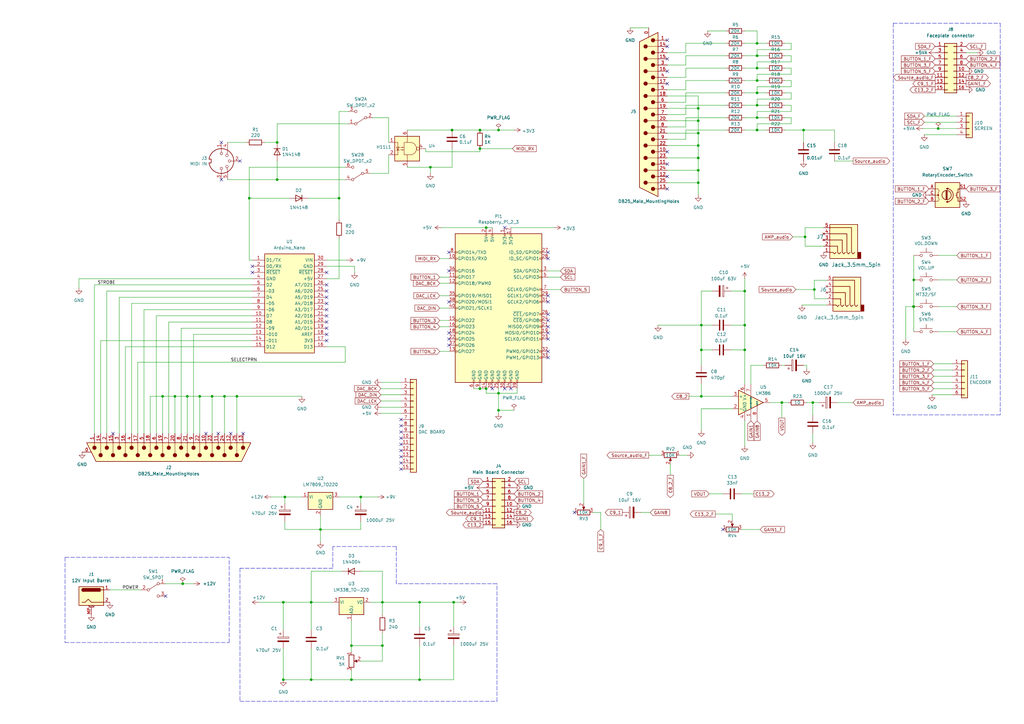
<source format=kicad_sch>
(kicad_sch (version 20211123) (generator eeschema)
  (paper "A3")
  (title_block (title "MIDI ЭМУЛЯТОР") (date "2023-03-07") (company "МИЭТ") (comment 1 "АЕСН.123456.001") (comment 2 "Понкратова") (comment 3 "Евстафьев"))
  (junction (at 127.635 278.765))
  (junction (at 310.515 43.18))
  (junction (at 286.385 49.53))
  (junction (at 374.777 125.73))
  (junction (at 310.515 17.78))
  (junction (at 374.65 125.73))
  (junction (at 186.055 247.015))
  (junction (at 172.085 278.765))
  (junction (at 287.655 143.51))
  (junction (at 131.445 217.17))
  (junction (at 113.665 73.66))
  (junction (at 196.85 60.96))
  (junction (at 147.955 203.835))
  (junction (at 86.995 162.56))
  (junction (at 310.515 48.26))
  (junction (at 199.39 93.345))
  (junction (at 286.385 64.77))
  (junction (at 287.655 162.56))
  (junction (at 320.675 165.1))
  (junction (at 310.515 22.86))
  (junction (at 76.835 162.56))
  (junction (at 74.93 239.395))
  (junction (at 66.675 162.56))
  (junction (at 116.205 247.015))
  (junction (at 116.205 278.765))
  (junction (at 329.565 53.34))
  (junction (at 81.915 162.56))
  (junction (at 139.065 81.28))
  (junction (at 310.515 27.94))
  (junction (at 97.155 162.56))
  (junction (at 71.755 162.56))
  (junction (at 286.385 69.85))
  (junction (at 204.47 168.275))
  (junction (at 286.385 54.61))
  (junction (at 102.235 81.28))
  (junction (at 144.145 278.765))
  (junction (at 156.845 264.795))
  (junction (at 286.385 74.93))
  (junction (at 172.085 247.015))
  (junction (at 144.145 264.795))
  (junction (at 156.845 247.015))
  (junction (at 310.515 33.02))
  (junction (at 334.01 118.745))
  (junction (at 185.42 53.34))
  (junction (at 333.375 165.1))
  (junction (at 204.47 53.34))
  (junction (at 384.81 52.705))
  (junction (at 196.85 159.385))
  (junction (at 374.777 114.808))
  (junction (at 204.47 161.29))
  (junction (at 286.385 44.45))
  (junction (at 116.84 203.835))
  (junction (at 113.665 58.42))
  (junction (at 199.39 159.385))
  (junction (at 287.655 133.35))
  (junction (at 305.435 143.51))
  (junction (at 176.53 68.58))
  (junction (at 330.2 97.155))
  (junction (at 310.515 38.1))
  (junction (at 196.85 53.34))
  (junction (at 305.435 133.35))
  (junction (at 305.435 119.38))
  (junction (at 286.385 59.69))
  (junction (at 310.515 53.34))
  (junction (at 127.635 247.015))
  (junction (at 92.075 162.56))
  (no_connect (at 209.55 159.385))
  (no_connect (at 224.79 146.685))
  (no_connect (at 184.15 111.125))
  (no_connect (at 273.685 34.29))
  (no_connect (at 201.93 159.385))
  (no_connect (at 184.15 139.065))
  (no_connect (at 184.15 136.525))
  (no_connect (at 224.79 131.445))
  (no_connect (at 273.685 67.31))
  (no_connect (at 224.79 103.505))
  (no_connect (at 273.685 62.23))
  (no_connect (at 89.535 177.8))
  (no_connect (at 273.685 24.13))
  (no_connect (at 164.465 172.085))
  (no_connect (at 103.505 109.22))
  (no_connect (at 133.985 116.84))
  (no_connect (at 46.355 177.8))
  (no_connect (at 90.805 58.42))
  (no_connect (at 273.685 72.39))
  (no_connect (at 273.685 29.21))
  (no_connect (at 164.465 182.245))
  (no_connect (at 235.585 210.185))
  (no_connect (at 224.79 128.905))
  (no_connect (at 296.545 217.17))
  (no_connect (at 164.465 189.865))
  (no_connect (at 224.79 123.825))
  (no_connect (at 164.465 177.165))
  (no_connect (at 184.15 103.505))
  (no_connect (at 224.79 139.065))
  (no_connect (at 103.505 111.76))
  (no_connect (at 98.425 66.04))
  (no_connect (at 90.805 73.66))
  (no_connect (at 273.685 19.05))
  (no_connect (at 224.79 133.985))
  (no_connect (at 184.15 123.825))
  (no_connect (at 133.985 124.46))
  (no_connect (at 164.465 187.325))
  (no_connect (at 224.79 106.045))
  (no_connect (at 273.685 16.51))
  (no_connect (at 164.465 174.625))
  (no_connect (at 94.615 177.8))
  (no_connect (at 207.01 93.345))
  (no_connect (at 133.985 129.54))
  (no_connect (at 133.985 127))
  (no_connect (at 224.79 136.525))
  (no_connect (at 133.985 134.62))
  (no_connect (at 224.79 121.285))
  (no_connect (at 133.985 139.7))
  (no_connect (at 207.01 159.385))
  (no_connect (at 164.465 184.785))
  (no_connect (at 164.465 179.705))
  (no_connect (at 184.15 141.605))
  (no_connect (at 164.465 192.405))
  (no_connect (at 67.945 244.475))
  (no_connect (at 133.985 121.92))
  (no_connect (at 133.985 132.08))
  (no_connect (at 99.695 177.8))
  (no_connect (at 273.685 77.47))
  (no_connect (at 133.985 119.38))
  (no_connect (at 224.79 144.145))
  (no_connect (at 133.985 137.16))
  (no_connect (at 133.985 111.76))
  (no_connect (at 84.455 177.8))
  (wire (pts (xy 176.53 71.12) (xy 176.53 68.58)))
  (wire (pts (xy 74.295 134.62) (xy 103.505 134.62)))
  (wire (pts (xy 287.655 157.48) (xy 287.655 162.56)))
  (wire (pts (xy 156.845 271.145) (xy 147.955 271.145)))
  (wire (pts (xy 186.055 247.015) (xy 188.595 247.015)))
  (wire (pts (xy 116.205 247.015) (xy 116.205 258.445)))
  (wire (pts (xy 184.15 144.145) (xy 180.34 144.145)))
  (wire (pts (xy 286.385 44.45) (xy 286.385 39.37)))
  (wire (pts (xy 305.435 119.38) (xy 305.435 133.35)))
  (wire (pts (xy 204.47 168.275) (xy 204.47 169.545)))
  (wire (pts (xy 273.685 59.69) (xy 286.385 59.69)))
  (wire (pts (xy 330.2 100.965) (xy 330.2 97.155)))
  (wire (pts (xy 305.435 172.72) (xy 305.435 182.88)))
  (wire (pts (xy 324.485 45.72) (xy 310.515 45.72)))
  (wire (pts (xy 273.685 49.53) (xy 286.385 49.53)))
  (wire (pts (xy 204.47 159.385) (xy 204.47 161.29)))
  (wire (pts (xy 384.937 125.73) (xy 392.43 125.73)))
  (wire (pts (xy 310.515 20.32) (xy 310.515 22.86)))
  (wire (pts (xy 310.515 48.26) (xy 314.325 48.26)))
  (wire (pts (xy 324.485 30.48) (xy 310.515 30.48)))
  (wire (pts (xy 92.075 162.56) (xy 92.075 177.8)))
  (wire (pts (xy 343.535 165.1) (xy 349.885 165.1)))
  (wire (pts (xy 156.21 161.925) (xy 164.465 161.925)))
  (wire (pts (xy 286.385 80.01) (xy 286.385 74.93)))
  (wire (pts (xy 329.565 149.86) (xy 330.835 149.86)))
  (wire (pts (xy 320.675 165.1) (xy 323.215 165.1)))
  (wire (pts (xy 184.15 106.045) (xy 180.34 106.045)))
  (wire (pts (xy 305.435 33.02) (xy 310.515 33.02)))
  (wire (pts (xy 102.235 81.28) (xy 102.235 106.68)))
  (wire (pts (xy 286.385 59.69) (xy 286.385 54.61)))
  (wire (pts (xy 305.435 114.3) (xy 305.435 119.38)))
  (wire (pts (xy 131.445 222.25) (xy 131.445 217.17)))
  (wire (pts (xy 273.685 52.07) (xy 281.305 52.07)))
  (wire (pts (xy 243.205 210.185) (xy 246.38 210.185)))
  (wire (pts (xy 102.235 106.68) (xy 103.505 106.68)))
  (wire (pts (xy 147.955 217.17) (xy 147.955 213.995)))
  (wire (pts (xy 186.055 278.765) (xy 172.085 278.765)))
  (wire (pts (xy 273.685 54.61) (xy 286.385 54.61)))
  (wire (pts (xy 156.845 234.315) (xy 156.845 247.015)))
  (wire (pts (xy 97.155 162.56) (xy 123.825 162.56)))
  (wire (pts (xy 156.21 169.545) (xy 164.465 169.545)))
  (wire (pts (xy 321.945 53.34) (xy 329.565 53.34)))
  (wire (pts (xy 324.485 38.1) (xy 324.485 40.64)))
  (wire (pts (xy 297.815 27.94) (xy 281.305 27.94)))
  (wire (pts (xy 286.385 54.61) (xy 286.385 49.53)))
  (wire (pts (xy 305.435 17.78) (xy 310.515 17.78)))
  (wire (pts (xy 287.655 133.35) (xy 287.655 119.38)))
  (wire (pts (xy 176.53 68.58) (xy 185.42 68.58)))
  (wire (pts (xy 324.485 48.26) (xy 324.485 50.8)))
  (wire (pts (xy 194.31 159.385) (xy 196.85 159.385)))
  (wire (pts (xy 333.375 165.1) (xy 335.915 165.1)))
  (wire (pts (xy 273.685 46.99) (xy 281.305 46.99)))
  (wire (pts (xy 310.515 27.94) (xy 314.325 27.94)))
  (wire (pts (xy 307.975 157.48) (xy 307.975 149.86)))
  (wire (pts (xy 41.275 177.8) (xy 41.275 139.7)))
  (wire (pts (xy 167.005 68.58) (xy 176.53 68.58)))
  (polyline (pts (xy 162.56 239.395) (xy 162.56 224.155)))
  (wire (pts (xy 321.945 38.1) (xy 324.485 38.1)))
  (wire (pts (xy 81.915 162.56) (xy 86.995 162.56)))
  (wire (pts (xy 281.305 22.86) (xy 281.305 26.67)))
  (wire (pts (xy 334.01 114.935) (xy 334.01 118.745)))
  (wire (pts (xy 374.777 114.808) (xy 374.777 125.73)))
  (wire (pts (xy 66.675 162.56) (xy 71.755 162.56)))
  (wire (pts (xy 64.135 129.54) (xy 64.135 177.8)))
  (wire (pts (xy 144.145 278.765) (xy 144.145 274.955)))
  (wire (pts (xy 310.515 45.72) (xy 310.515 48.26)))
  (wire (pts (xy 246.38 210.185) (xy 246.38 217.17)))
  (wire (pts (xy 324.485 17.78) (xy 324.485 20.32)))
  (wire (pts (xy 142.875 50.8) (xy 113.665 50.8)))
  (wire (pts (xy 262.89 210.185) (xy 266.7 210.185)))
  (polyline (pts (xy 136.525 233.045) (xy 98.425 233.045)))
  (wire (pts (xy 281.305 43.18) (xy 281.305 46.99)))
  (polyline (pts (xy 410.21 170.18) (xy 366.395 170.18)))
  (wire (pts (xy 86.995 162.56) (xy 92.075 162.56)))
  (wire (pts (xy 102.235 81.28) (xy 118.745 81.28)))
  (wire (pts (xy 172.085 247.015) (xy 186.055 247.015)))
  (wire (pts (xy 297.815 22.86) (xy 281.305 22.86)))
  (wire (pts (xy 258.445 11.43) (xy 266.065 11.43)))
  (polyline (pts (xy 93.98 263.525) (xy 93.98 228.6)))
  (wire (pts (xy 116.84 217.17) (xy 116.84 213.995)))
  (wire (pts (xy 156.21 167.005) (xy 164.465 167.005)))
  (wire (pts (xy 305.435 143.51) (xy 305.435 157.48)))
  (wire (pts (xy 273.685 74.93) (xy 286.385 74.93)))
  (wire (pts (xy 127.635 234.315) (xy 127.635 247.015)))
  (wire (pts (xy 224.79 118.745) (xy 229.87 118.745)))
  (wire (pts (xy 53.975 124.46) (xy 53.975 177.8)))
  (wire (pts (xy 287.655 162.56) (xy 300.355 162.56)))
  (wire (pts (xy 67.945 239.395) (xy 74.93 239.395)))
  (wire (pts (xy 127.635 266.065) (xy 127.635 278.765)))
  (wire (pts (xy 51.435 142.24) (xy 103.505 142.24)))
  (wire (pts (xy 384.937 114.808) (xy 392.43 114.808)))
  (wire (pts (xy 334.01 114.935) (xy 339.09 114.935)))
  (wire (pts (xy 103.505 129.54) (xy 64.135 129.54)))
  (wire (pts (xy 48.895 121.92) (xy 48.895 177.8)))
  (wire (pts (xy 330.835 165.1) (xy 333.375 165.1)))
  (wire (pts (xy 41.275 139.7) (xy 103.505 139.7)))
  (wire (pts (xy 71.755 162.56) (xy 71.755 177.8)))
  (wire (pts (xy 69.215 132.08) (xy 69.215 177.8)))
  (wire (pts (xy 61.595 177.8) (xy 61.595 162.56)))
  (polyline (pts (xy 26.67 228.6) (xy 93.98 228.6)))
  (wire (pts (xy 281.305 52.07) (xy 281.305 48.26)))
  (wire (pts (xy 156.845 247.015) (xy 172.085 247.015)))
  (wire (pts (xy 61.595 162.56) (xy 66.675 162.56)))
  (wire (pts (xy 159.385 71.12) (xy 159.385 63.5)))
  (wire (pts (xy 141.605 148.59) (xy 141.605 142.24)))
  (wire (pts (xy 144.145 264.795) (xy 144.145 267.335)))
  (wire (pts (xy 92.075 162.56) (xy 97.155 162.56)))
  (wire (pts (xy 204.47 161.29) (xy 204.47 168.275)))
  (wire (pts (xy 310.515 25.4) (xy 310.515 27.94)))
  (wire (pts (xy 281.305 21.59) (xy 281.305 17.78)))
  (wire (pts (xy 32.385 114.3) (xy 32.385 118.11)))
  (wire (pts (xy 144.145 264.795) (xy 156.845 264.795)))
  (wire (pts (xy 305.435 27.94) (xy 310.515 27.94)))
  (wire (pts (xy 93.345 73.66) (xy 113.665 73.66)))
  (wire (pts (xy 126.365 81.28) (xy 139.065 81.28)))
  (wire (pts (xy 321.945 33.02) (xy 324.485 33.02)))
  (wire (pts (xy 151.765 71.12) (xy 159.385 71.12)))
  (wire (pts (xy 390.525 159.385) (xy 382.905 159.385)))
  (wire (pts (xy 305.435 38.1) (xy 310.515 38.1)))
  (wire (pts (xy 282.575 162.56) (xy 287.655 162.56)))
  (wire (pts (xy 324.485 25.4) (xy 310.515 25.4)))
  (wire (pts (xy 382.27 161.925) (xy 390.525 161.925)))
  (wire (pts (xy 321.945 17.78) (xy 324.485 17.78)))
  (wire (pts (xy 156.845 259.715) (xy 156.845 264.795)))
  (wire (pts (xy 305.435 22.86) (xy 310.515 22.86)))
  (wire (pts (xy 286.385 49.53) (xy 286.385 44.45)))
  (wire (pts (xy 379.095 55.245) (xy 392.43 55.245)))
  (wire (pts (xy 204.47 53.34) (xy 210.82 53.34)))
  (wire (pts (xy 273.685 57.15) (xy 281.305 57.15)))
  (wire (pts (xy 186.055 264.795) (xy 186.055 278.765)))
  (wire (pts (xy 103.505 116.84) (xy 38.735 116.84)))
  (wire (pts (xy 297.815 43.18) (xy 281.305 43.18)))
  (wire (pts (xy 293.37 210.82) (xy 300.355 210.82)))
  (wire (pts (xy 278.765 186.69) (xy 281.94 186.69)))
  (wire (pts (xy 174.625 62.23) (xy 196.85 62.23)))
  (wire (pts (xy 74.93 239.395) (xy 79.375 239.395)))
  (wire (pts (xy 79.375 137.16) (xy 79.375 177.8)))
  (polyline (pts (xy 162.56 224.155) (xy 136.525 224.155)))
  (wire (pts (xy 304.165 202.565) (xy 309.245 202.565)))
  (wire (pts (xy 156.845 247.015) (xy 156.845 252.095)))
  (wire (pts (xy 103.505 119.38) (xy 43.815 119.38)))
  (wire (pts (xy 297.815 33.02) (xy 281.305 33.02)))
  (wire (pts (xy 305.435 53.34) (xy 310.515 53.34)))
  (wire (pts (xy 273.685 21.59) (xy 281.305 21.59)))
  (wire (pts (xy 287.655 119.38) (xy 292.1 119.38)))
  (wire (pts (xy 103.505 114.3) (xy 32.385 114.3)))
  (wire (pts (xy 81.915 162.56) (xy 81.915 177.8)))
  (wire (pts (xy 56.515 148.59) (xy 141.605 148.59)))
  (wire (pts (xy 310.515 22.86) (xy 314.325 22.86)))
  (wire (pts (xy 384.937 104.775) (xy 392.43 104.775)))
  (wire (pts (xy 307.975 149.86) (xy 313.055 149.86)))
  (wire (pts (xy 199.39 159.385) (xy 196.85 159.385)))
  (wire (pts (xy 349.885 66.04) (xy 342.265 66.04)))
  (wire (pts (xy 199.39 161.29) (xy 204.47 161.29)))
  (wire (pts (xy 186.055 247.015) (xy 186.055 257.175)))
  (wire (pts (xy 116.84 217.17) (xy 131.445 217.17)))
  (wire (pts (xy 131.445 211.455) (xy 131.445 217.17)))
  (wire (pts (xy 139.065 45.72) (xy 139.065 81.28)))
  (wire (pts (xy 281.305 53.34) (xy 281.305 57.15)))
  (wire (pts (xy 297.815 53.34) (xy 281.305 53.34)))
  (wire (pts (xy 116.84 203.835) (xy 111.125 203.835)))
  (wire (pts (xy 299.72 119.38) (xy 305.435 119.38)))
  (wire (pts (xy 141.605 142.24) (xy 133.985 142.24)))
  (wire (pts (xy 133.985 106.68) (xy 142.24 106.68)))
  (wire (pts (xy 156.21 156.845) (xy 164.465 156.845)))
  (wire (pts (xy 56.515 177.8) (xy 56.515 148.59)))
  (wire (pts (xy 384.81 52.705) (xy 392.43 52.705)))
  (wire (pts (xy 106.045 247.015) (xy 116.205 247.015)))
  (wire (pts (xy 139.065 45.72) (xy 142.875 45.72)))
  (wire (pts (xy 321.945 22.86) (xy 324.485 22.86)))
  (wire (pts (xy 156.845 264.795) (xy 156.845 271.145)))
  (polyline (pts (xy 410.21 9.525) (xy 410.21 170.18)))
  (wire (pts (xy 392.43 50.165) (xy 379.095 50.165)))
  (wire (pts (xy 113.665 73.66) (xy 113.665 66.04)))
  (polyline (pts (xy 98.425 287.655) (xy 203.835 287.655)))
  (wire (pts (xy 184.15 126.365) (xy 180.34 126.365)))
  (wire (pts (xy 147.955 234.315) (xy 156.845 234.315)))
  (wire (pts (xy 324.485 43.18) (xy 324.485 45.72)))
  (wire (pts (xy 239.395 196.215) (xy 239.395 206.375)))
  (wire (pts (xy 269.875 133.35) (xy 287.655 133.35)))
  (wire (pts (xy 281.305 17.78) (xy 297.815 17.78)))
  (wire (pts (xy 286.385 74.93) (xy 286.385 69.85)))
  (wire (pts (xy 86.995 162.56) (xy 86.995 177.8)))
  (wire (pts (xy 266.065 186.69) (xy 271.145 186.69)))
  (wire (pts (xy 281.305 26.67) (xy 273.685 26.67)))
  (wire (pts (xy 103.505 137.16) (xy 79.375 137.16)))
  (wire (pts (xy 305.435 133.35) (xy 305.435 143.51)))
  (wire (pts (xy 300.355 210.82) (xy 300.355 213.36)))
  (wire (pts (xy 326.39 118.745) (xy 334.01 118.745)))
  (wire (pts (xy 324.485 22.86) (xy 324.485 25.4)))
  (wire (pts (xy 45.085 241.935) (xy 57.785 241.935)))
  (wire (pts (xy 116.84 206.375) (xy 116.84 203.835)))
  (wire (pts (xy 273.685 41.91) (xy 281.305 41.91)))
  (wire (pts (xy 184.15 113.665) (xy 180.34 113.665)))
  (wire (pts (xy 108.585 58.42) (xy 113.665 58.42)))
  (wire (pts (xy 310.515 40.64) (xy 310.515 43.18)))
  (wire (pts (xy 320.675 149.86) (xy 321.945 149.86)))
  (wire (pts (xy 310.515 12.7) (xy 310.515 17.78)))
  (wire (pts (xy 324.485 27.94) (xy 324.485 30.48)))
  (wire (pts (xy 172.085 278.765) (xy 172.085 264.795)))
  (wire (pts (xy 371.475 125.73) (xy 374.65 125.73)))
  (wire (pts (xy 273.685 39.37) (xy 286.385 39.37)))
  (wire (pts (xy 156.21 164.465) (xy 164.465 164.465)))
  (wire (pts (xy 127.635 278.765) (xy 144.145 278.765)))
  (wire (pts (xy 305.435 43.18) (xy 310.515 43.18)))
  (wire (pts (xy 196.85 53.34) (xy 204.47 53.34)))
  (wire (pts (xy 201.93 93.345) (xy 199.39 93.345)))
  (wire (pts (xy 102.235 68.58) (xy 141.605 68.58)))
  (wire (pts (xy 140.335 234.315) (xy 127.635 234.315)))
  (wire (pts (xy 273.685 69.85) (xy 286.385 69.85)))
  (wire (pts (xy 153.035 48.26) (xy 159.385 48.26)))
  (wire (pts (xy 147.955 217.17) (xy 131.445 217.17)))
  (wire (pts (xy 184.15 121.285) (xy 180.34 121.285)))
  (wire (pts (xy 286.385 69.85) (xy 286.385 64.77)))
  (wire (pts (xy 281.305 48.26) (xy 297.815 48.26)))
  (wire (pts (xy 147.955 206.375) (xy 147.955 203.835)))
  (wire (pts (xy 378.46 52.705) (xy 384.81 52.705)))
  (wire (pts (xy 224.79 111.125) (xy 229.87 111.125)))
  (wire (pts (xy 185.42 53.34) (xy 196.85 53.34)))
  (wire (pts (xy 392.43 47.625) (xy 379.095 47.625)))
  (wire (pts (xy 310.515 17.78) (xy 314.325 17.78)))
  (wire (pts (xy 196.85 62.23) (xy 196.85 60.96)))
  (wire (pts (xy 139.065 203.835) (xy 147.955 203.835)))
  (wire (pts (xy 71.755 162.56) (xy 76.835 162.56)))
  (wire (pts (xy 151.765 247.015) (xy 156.845 247.015)))
  (wire (pts (xy 66.675 162.56) (xy 66.675 177.8)))
  (polyline (pts (xy 136.525 224.155) (xy 136.525 233.045)))
  (wire (pts (xy 184.15 116.205) (xy 180.34 116.205)))
  (wire (pts (xy 133.985 109.22) (xy 145.415 109.22)))
  (wire (pts (xy 116.205 266.065) (xy 116.205 278.765)))
  (wire (pts (xy 139.065 97.79) (xy 139.065 114.3)))
  (wire (pts (xy 184.15 131.445) (xy 180.34 131.445)))
  (wire (pts (xy 59.055 127) (xy 59.055 177.8)))
  (wire (pts (xy 286.385 64.77) (xy 286.385 59.69)))
  (polyline (pts (xy 203.835 239.395) (xy 162.56 239.395)))
  (wire (pts (xy 330.2 93.345) (xy 337.82 93.345)))
  (wire (pts (xy 274.955 190.5) (xy 274.955 194.945)))
  (wire (pts (xy 113.665 73.66) (xy 141.605 73.66)))
  (wire (pts (xy 342.265 53.34) (xy 342.265 58.42)))
  (wire (pts (xy 390.525 149.225) (xy 382.905 149.225)))
  (polyline (pts (xy 366.395 9.525) (xy 366.395 170.18)))
  (wire (pts (xy 212.09 161.29) (xy 212.09 159.385)))
  (wire (pts (xy 305.435 12.7) (xy 310.515 12.7)))
  (wire (pts (xy 390.525 154.305) (xy 382.905 154.305)))
  (wire (pts (xy 144.145 254.635) (xy 144.145 264.795)))
  (wire (pts (xy 209.55 93.345) (xy 227.33 93.345)))
  (wire (pts (xy 59.055 127) (xy 103.505 127)))
  (wire (pts (xy 273.685 64.77) (xy 286.385 64.77)))
  (wire (pts (xy 400.685 21.59) (xy 396.24 21.59)))
  (wire (pts (xy 304.165 217.17) (xy 311.785 217.17)))
  (wire (pts (xy 290.83 202.565) (xy 296.545 202.565)))
  (wire (pts (xy 116.205 278.765) (xy 127.635 278.765)))
  (wire (pts (xy 329.565 53.34) (xy 329.565 58.42)))
  (wire (pts (xy 210.82 168.275) (xy 204.47 168.275)))
  (wire (pts (xy 172.085 247.015) (xy 172.085 257.175)))
  (wire (pts (xy 333.375 177.8) (xy 333.375 181.61)))
  (wire (pts (xy 321.945 43.18) (xy 324.485 43.18)))
  (wire (pts (xy 102.235 68.58) (xy 102.235 81.28)))
  (wire (pts (xy 144.145 278.765) (xy 172.085 278.765)))
  (wire (pts (xy 287.655 133.35) (xy 292.1 133.35)))
  (wire (pts (xy 154.94 203.835) (xy 147.955 203.835)))
  (wire (pts (xy 180.975 93.345) (xy 199.39 93.345)))
  (wire (pts (xy 334.01 122.555) (xy 334.01 118.745)))
  (wire (pts (xy 43.815 119.38) (xy 43.815 177.8)))
  (wire (pts (xy 123.825 203.835) (xy 116.84 203.835)))
  (wire (pts (xy 113.665 50.8) (xy 113.665 58.42)))
  (wire (pts (xy 310.515 50.8) (xy 310.515 53.34)))
  (wire (pts (xy 184.15 133.985) (xy 180.34 133.985)))
  (wire (pts (xy 330.2 97.155) (xy 330.2 93.345)))
  (wire (pts (xy 185.42 60.96) (xy 185.42 68.58)))
  (wire (pts (xy 328.93 125.095) (xy 339.09 125.095)))
  (wire (pts (xy 100.965 58.42) (xy 93.345 58.42)))
  (wire (pts (xy 299.72 143.51) (xy 305.435 143.51)))
  (wire (pts (xy 333.375 165.1) (xy 333.375 170.18)))
  (polyline (pts (xy 26.67 263.525) (xy 93.98 263.525)))
  (wire (pts (xy 281.305 31.75) (xy 273.685 31.75)))
  (wire (pts (xy 281.305 41.91) (xy 281.305 38.1)))
  (wire (pts (xy 159.385 48.26) (xy 159.385 58.42)))
  (wire (pts (xy 273.685 44.45) (xy 286.385 44.45)))
  (wire (pts (xy 76.835 162.56) (xy 76.835 177.8)))
  (wire (pts (xy 299.72 133.35) (xy 305.435 133.35)))
  (wire (pts (xy 315.595 165.1) (xy 320.675 165.1)))
  (wire (pts (xy 145.415 109.22) (xy 145.415 111.76)))
  (wire (pts (xy 324.485 40.64) (xy 310.515 40.64)))
  (wire (pts (xy 310.515 35.56) (xy 310.515 38.1)))
  (wire (pts (xy 324.485 20.32) (xy 310.515 20.32)))
  (wire (pts (xy 384.937 136.017) (xy 392.43 136.017)))
  (wire (pts (xy 51.435 177.8) (xy 51.435 142.24)))
  (wire (pts (xy 76.835 162.56) (xy 81.915 162.56)))
  (wire (pts (xy 97.155 162.56) (xy 97.155 177.8)))
  (wire (pts (xy 74.295 134.62) (xy 74.295 177.8)))
  (wire (pts (xy 325.12 97.155) (xy 330.2 97.155)))
  (wire (pts (xy 103.505 121.92) (xy 48.895 121.92)))
  (wire (pts (xy 38.735 116.84) (xy 38.735 177.8)))
  (wire (pts (xy 324.485 35.56) (xy 310.515 35.56)))
  (wire (pts (xy 310.515 38.1) (xy 314.325 38.1)))
  (wire (pts (xy 321.945 27.94) (xy 324.485 27.94)))
  (wire (pts (xy 167.005 53.34) (xy 185.42 53.34)))
  (polyline (pts (xy 98.425 233.045) (xy 98.425 287.655)))
  (wire (pts (xy 321.945 48.26) (xy 324.485 48.26)))
  (wire (pts (xy 281.305 38.1) (xy 297.815 38.1)))
  (wire (pts (xy 287.655 149.86) (xy 287.655 143.51)))
  (wire (pts (xy 324.485 50.8) (xy 310.515 50.8)))
  (wire (pts (xy 337.82 100.965) (xy 330.2 100.965)))
  (wire (pts (xy 127.635 247.015) (xy 127.635 258.445)))
  (wire (pts (xy 196.85 60.96) (xy 210.185 60.96)))
  (wire (pts (xy 204.47 161.29) (xy 212.09 161.29)))
  (wire (pts (xy 287.655 143.51) (xy 292.1 143.51)))
  (wire (pts (xy 371.475 139.065) (xy 371.475 125.73)))
  (wire (pts (xy 310.515 43.18) (xy 314.325 43.18)))
  (wire (pts (xy 127.635 247.015) (xy 136.525 247.015)))
  (polyline (pts (xy 203.835 287.655) (xy 203.835 239.395)))
  (wire (pts (xy 310.515 30.48) (xy 310.515 33.02)))
  (wire (pts (xy 281.305 33.02) (xy 281.305 36.83)))
  (wire (pts (xy 199.39 159.385) (xy 199.39 161.29)))
  (wire (pts (xy 290.195 12.7) (xy 297.815 12.7)))
  (wire (pts (xy 103.505 124.46) (xy 53.975 124.46)))
  (wire (pts (xy 305.435 48.26) (xy 310.515 48.26)))
  (wire (pts (xy 224.79 113.665) (xy 229.87 113.665)))
  (wire (pts (xy 330.835 149.86) (xy 330.835 151.13)))
  (wire (pts (xy 174.625 60.96) (xy 174.625 62.23)))
  (wire (pts (xy 374.777 104.775) (xy 374.777 114.808)))
  (polyline (pts (xy 366.395 9.525) (xy 410.21 9.525)))
  (wire (pts (xy 300.355 167.64) (xy 287.655 167.64)))
  (wire (pts (xy 310.515 53.34) (xy 314.325 53.34)))
  (wire (pts (xy 287.655 143.51) (xy 287.655 133.35)))
  (wire (pts (xy 324.485 33.02) (xy 324.485 35.56)))
  (wire (pts (xy 156.21 159.385) (xy 164.465 159.385)))
  (wire (pts (xy 116.205 247.015) (xy 127.635 247.015)))
  (wire (pts (xy 139.065 114.3) (xy 133.985 114.3)))
  (polyline (pts (xy 26.67 228.6) (xy 26.67 263.525)))
  (wire (pts (xy 273.685 36.83) (xy 281.305 36.83)))
  (wire (pts (xy 390.525 151.765) (xy 382.905 151.765)))
  (wire (pts (xy 103.505 132.08) (xy 69.215 132.08)))
  (wire (pts (xy 339.09 122.555) (xy 334.01 122.555)))
  (wire (pts (xy 374.777 125.73) (xy 374.777 136.017)))
  (wire (pts (xy 281.305 27.94) (xy 281.305 31.75)))
  (wire (pts (xy 139.065 81.28) (xy 139.065 90.17)))
  (wire (pts (xy 287.655 167.64) (xy 287.655 176.53)))
  (wire (pts (xy 329.565 53.34) (xy 342.265 53.34)))
  (wire (pts (xy 390.525 156.845) (xy 382.905 156.845)))
  (wire (pts (xy 320.675 165.1) (xy 320.675 171.45)))
  (wire (pts (xy 310.515 33.02) (xy 314.325 33.02)))
  (label "SELECTPRN" (at 94.615 148.59 0))
  (label "POWER" (at 50.165 241.935 0))
  (label "STROBE" (at 40.005 116.84 0))
  (global_label "DAC_DIN" (shape input) (at 180.34 126.365 180) (property "Intersheet References" "${INTERSHEET_REFS}" (effects hide)))
  (global_label "AMP_audio" (shape input) (at 349.885 165.1 0) (property "Intersheet References" "${INTERSHEET_REFS}" (effects hide)))
  (global_label "MIDI_RX" (shape input) (at 180.34 106.045 180) (property "Intersheet References" "${INTERSHEET_REFS}" (effects hide)))
  (global_label "DAC_LCK" (shape input) (at 156.21 164.465 180) (property "Intersheet References" "${INTERSHEET_REFS}" (effects hide)))
  (global_label "GAIN1_F" (shape input) (at 311.785 217.17 0) (property "Intersheet References" "${INTERSHEET_REFS}" (effects hide)))
  (global_label "AMP_audio" (shape input) (at 325.12 97.155 180) (property "Intersheet References" "${INTERSHEET_REFS}" (effects hide)))
  (global_label "GAIN1_F" (shape input) (at 239.395 196.215 90) (property "Intersheet References" "${INTERSHEET_REFS}" (effects hide)))
  (global_label "BUTTON_1" (shape input) (at 198.12 202.565 180) (property "Intersheet References" "${INTERSHEET_REFS}" (effects hide)))
  (global_label "BUTTON_4_F" (shape input) (at 382.905 156.845 180) (property "Intersheet References" "${INTERSHEET_REFS}" (effects hide)))
  (global_label "C8_2_F" (shape output) (at 274.955 194.945 270) (property "Intersheet References" "${INTERSHEET_REFS}" (effects hide)))
  (global_label "BUTTON_3" (shape input) (at 198.12 205.105 180) (property "Intersheet References" "${INTERSHEET_REFS}" (effects hide)))
  (global_label "BUTTON_3_F" (shape input) (at 392.43 125.73 0) (property "Intersheet References" "${INTERSHEET_REFS}" (effects hide)))
  (global_label "DAC_LCK" (shape input) (at 180.34 121.285 180) (property "Intersheet References" "${INTERSHEET_REFS}" (effects hide)))
  (global_label "BUTTON_4" (shape input) (at 210.82 205.105 0) (property "Intersheet References" "${INTERSHEET_REFS}" (effects hide)))
  (global_label "DAC_BCK" (shape input) (at 180.34 116.205 180) (property "Intersheet References" "${INTERSHEET_REFS}" (effects hide)))
  (global_label "BUTTON_4_F" (shape input) (at 396.24 26.67 0) (property "Intersheet References" "${INTERSHEET_REFS}" (effects hide)))
  (global_label "C13_2_F" (shape output) (at 383.54 36.83 180) (property "Intersheet References" "${INTERSHEET_REFS}" (effects hide)))
  (global_label "BUTTON_5_F" (shape input) (at 383.54 29.21 180) (property "Intersheet References" "${INTERSHEET_REFS}" (effects hide)))
  (global_label "BUTTON_2_F" (shape input) (at 396.24 24.13 0) (property "Intersheet References" "${INTERSHEET_REFS}" (effects hide)))
  (global_label "BUTTON_2" (shape input) (at 180.34 144.145 180) (property "Intersheet References" "${INTERSHEET_REFS}" (effects hide)))
  (global_label "BUTTON_1" (shape input) (at 180.34 113.665 180) (property "Intersheet References" "${INTERSHEET_REFS}" (effects hide)))
  (global_label "BUTTON_3_F" (shape input) (at 383.54 26.67 180) (property "Intersheet References" "${INTERSHEET_REFS}" (effects hide)))
  (global_label "C13_2" (shape output) (at 309.245 202.565 0) (property "Intersheet References" "${INTERSHEET_REFS}" (effects hide)))
  (global_label "C13_2" (shape output) (at 198.12 215.265 180) (property "Intersheet References" "${INTERSHEET_REFS}" (effects hide)))
  (global_label "BUTTON_4" (shape input) (at 180.34 133.985 180) (property "Intersheet References" "${INTERSHEET_REFS}" (effects hide)))
  (global_label "BUTTON_4_F" (shape input) (at 392.43 136.017 0) (property "Intersheet References" "${INTERSHEET_REFS}" (effects hide)))
  (global_label "Source_audio_F" (shape output) (at 383.54 31.75 180) (property "Intersheet References" "${INTERSHEET_REFS}" (effects hide)))
  (global_label "BUTTON_1_F" (shape input) (at 382.905 149.225 180) (property "Intersheet References" "${INTERSHEET_REFS}" (effects hide)))
  (global_label "BUTTON_1_F" (shape input) (at 392.43 104.775 0) (property "Intersheet References" "${INTERSHEET_REFS}" (effects hide)))
  (global_label "C9_1_F" (shape output) (at 383.54 34.29 180) (property "Intersheet References" "${INTERSHEET_REFS}" (effects hide)))
  (global_label "BUTTON_2_F" (shape input) (at 392.43 114.808 0) (property "Intersheet References" "${INTERSHEET_REFS}" (effects hide)))
  (global_label "BUTTON_1_F" (shape input) (at 381 77.47 180) (property "Intersheet References" "${INTERSHEET_REFS}" (effects hide)))
  (global_label "SCL_F" (shape input) (at 396.24 19.05 0) (property "Intersheet References" "${INTERSHEET_REFS}" (effects hide)))
  (global_label "BUTTON_2" (shape input) (at 210.82 202.565 0) (property "Intersheet References" "${INTERSHEET_REFS}" (effects hide)))
  (global_label "DAC_BCK" (shape input) (at 156.21 159.385 180) (property "Intersheet References" "${INTERSHEET_REFS}" (effects hide)))
  (global_label "Source_audio" (shape output) (at 349.885 66.04 0) (property "Intersheet References" "${INTERSHEET_REFS}" (effects hide)))
  (global_label "SCL" (shape input) (at 229.87 113.665 0) (property "Intersheet References" "${INTERSHEET_REFS}" (effects hide)))
  (global_label "C13_2_F" (shape output) (at 293.37 210.82 180) (property "Intersheet References" "${INTERSHEET_REFS}" (effects hide)))
  (global_label "BUTTON_2_F" (shape input) (at 382.905 151.765 180) (property "Intersheet References" "${INTERSHEET_REFS}" (effects hide)))
  (global_label "BUTTON_2_F" (shape input) (at 381 82.55 180) (property "Intersheet References" "${INTERSHEET_REFS}" (effects hide)))
  (global_label "GAIN8" (shape input) (at 310.515 172.72 270) (property "Intersheet References" "${INTERSHEET_REFS}" (effects hide)))
  (global_label "Source_audio_F" (shape output) (at 266.065 186.69 180) (property "Intersheet References" "${INTERSHEET_REFS}" (effects hide)))
  (global_label "C9_1" (shape output) (at 198.12 212.725 180) (property "Intersheet References" "${INTERSHEET_REFS}" (effects hide)))
  (global_label "BUTTON_1_F" (shape input) (at 383.54 24.13 180) (property "Intersheet References" "${INTERSHEET_REFS}" (effects hide)))
  (global_label "C9_1_F" (shape input) (at 246.38 217.17 270) (property "Intersheet References" "${INTERSHEET_REFS}" (effects hide)))
  (global_label "C8_2_F" (shape output) (at 396.24 31.75 0) (property "Intersheet References" "${INTERSHEET_REFS}" (effects hide)))
  (global_label "Source_audio" (shape input) (at 326.39 118.745 180) (property "Intersheet References" "${INTERSHEET_REFS}" (effects hide)))
  (global_label "C8_2" (shape output) (at 282.575 162.56 180) (property "Intersheet References" "${INTERSHEET_REFS}" (effects hide)))
  (global_label "GAIN8" (shape input) (at 266.7 210.185 0) (property "Intersheet References" "${INTERSHEET_REFS}" (effects hide)))
  (global_label "GAIN1_F" (shape output) (at 396.24 34.29 0) (property "Intersheet References" "${INTERSHEET_REFS}" (effects hide)))
  (global_label "MIDI_RX" (shape input) (at 210.185 60.96 0) (property "Intersheet References" "${INTERSHEET_REFS}" (effects hide)))
  (global_label "SDA" (shape input) (at 198.12 197.485 180) (property "Intersheet References" "${INTERSHEET_REFS}" (effects hide)))
  (global_label "C8_2" (shape output) (at 210.82 210.185 0) (property "Intersheet References" "${INTERSHEET_REFS}" (effects hide)))
  (global_label "BUTTON_5" (shape input) (at 198.12 207.645 180) (property "Intersheet References" "${INTERSHEET_REFS}" (effects hide)))
  (global_label "BUTTON_5_F" (shape input) (at 382.905 159.385 180) (property "Intersheet References" "${INTERSHEET_REFS}" (effects hide)))
  (global_label "SCL" (shape input) (at 210.82 197.485 0) (property "Intersheet References" "${INTERSHEET_REFS}" (effects hide)))
  (global_label "Source_audio" (shape output) (at 198.12 210.185 180) (property "Intersheet References" "${INTERSHEET_REFS}" (effects hide)))
  (global_label "BUTTON_3_F" (shape input) (at 382.905 154.305 180) (property "Intersheet References" "${INTERSHEET_REFS}" (effects hide)))
  (global_label "SDA_F" (shape input) (at 383.54 19.05 180) (property "Intersheet References" "${INTERSHEET_REFS}" (effects hide)))
  (global_label "BUTTON_3_F" (shape input) (at 396.24 77.47 0) (property "Intersheet References" "${INTERSHEET_REFS}" (effects hide)))
  (global_label "VOUT" (shape input) (at 290.83 202.565 180) (property "Intersheet References" "${INTERSHEET_REFS}" (effects hide)))
  (global_label "DAC_DIN" (shape input) (at 156.21 161.925 180) (property "Intersheet References" "${INTERSHEET_REFS}" (effects hide)))
  (global_label "C9_1" (shape output) (at 255.27 210.185 180) (property "Intersheet References" "${INTERSHEET_REFS}" (effects hide)))
  (global_label "SDA" (shape input) (at 229.87 111.125 0) (property "Intersheet References" "${INTERSHEET_REFS}" (effects hide)))
  (global_label "VOUT" (shape output) (at 320.675 171.45 270) (property "Intersheet References" "${INTERSHEET_REFS}" (effects hide)))
  (global_label "BUTTON_3" (shape input) (at 180.34 131.445 180) (property "Intersheet References" "${INTERSHEET_REFS}" (effects hide)))
  (global_label "GAIN1" (shape input) (at 307.975 172.72 270) (property "Intersheet References" "${INTERSHEET_REFS}" (effects hide)))
  (global_label "SCL_F" (shape input) (at 379.095 50.165 180) (property "Intersheet References" "${INTERSHEET_REFS}" (effects hide)))
  (global_label "SDA_F" (shape input) (at 379.095 47.625 180) (property "Intersheet References" "${INTERSHEET_REFS}" (effects hide)))
  (global_label "GAIN1" (shape output) (at 210.82 212.725 0) (property "Intersheet References" "${INTERSHEET_REFS}" (effects hide)))
  (global_label "BUTTON_5" (shape input) (at 229.87 118.745 0) (property "Intersheet References" "${INTERSHEET_REFS}" (effects hide)))
  (symbol (lib_id "Diode:1N4148") (at 122.555 81.28 180) (unit 1)
    (property "Reference" "D2" (at 123.825 78.105 0) (effects (justify left)))
    (property "Value" "1N4148" (at 126.365 85.09 0) (effects (justify left)))
    (property "Footprint" "Diode_THT:D_DO-35_SOD27_P7.62mm_Horizontal" (effects hide))
    (property "Datasheet" "https://static.chipdip.ru/lib/007/DOC003007981.pdf" (effects hide))
    (property "Название" "1N4148, Диод 150мА 100В [DO-35]" (effects hide))
  )
  (symbol (lib_id "power:GND") (at 32.385 118.11 0) (unit 1)
    (property "Reference" "#PWR01" (effects hide))
    (property "Value" "GND" (at 32.385 123.19 0))
  )
  (symbol (lib_id "Connector_Generic:Conn_01x15") (at 169.545 174.625 0) (unit 1)
    (property "Reference" "J9" (at 171.577 174.8282 0) (effects (justify left)))
    (property "Value" "DAC BOARD" (at 171.577 177.1396 0) (effects (justify left)))
    (property "Footprint" "w_conn_av:PCM5102_full" (effects hide))
    (property "Название" "Интерфейс I2S PCM5102A DAC декодер" (effects hide))
  )
  (symbol (lib_id "Device:R") (at 196.85 57.15 0) (unit 1)
    (property "Reference" "R4" (at 198.628 55.9816 0) (effects (justify left)))
    (property "Value" "1K" (at 198.628 58.293 0) (effects (justify left)))
    (property "Footprint" "Resistor_THT:R_Axial_DIN0207_L6.3mm_D2.5mm_P10.16mm_Horizontal" (effects hide))
    (property "Название" "MF-25 (С2-23) 0.25 Вт, 1 кОм, 1%, Резистор металлопленочный" (effects hide))
  )
  (symbol (lib_id "power:GND") (at 400.685 21.59 90) (unit 1)
    (property "Reference" "#PWR0105" (effects hide))
    (property "Value" "GND" (at 404.495 21.5899 90) (effects (justify right)))
  )
  (symbol (lib_id "power:GND") (at 145.415 111.76 0) (unit 1)
    (property "Reference" "#PWR012" (effects hide))
    (property "Value" "GND" (at 145.415 116.84 0))
  )
  (symbol (lib_id "power:GND") (at 37.465 252.095 0) (unit 1)
    (property "Reference" "#PWR03" (effects hide))
    (property "Value" "GND" (at 37.465 257.175 0))
  )
  (symbol (lib_id "power:GND") (at 176.53 71.12 0) (unit 1)
    (property "Reference" "#PWR014" (effects hide))
    (property "Value" "GND" (at 176.53 76.2 0))
  )
  (symbol (lib_id "Device:C") (at 172.085 260.985 0) (unit 1)
    (property "Reference" "C5" (at 173.99 257.81 0) (effects (justify left)))
    (property "Value" "0.1uF" (at 173.355 264.16 0) (effects (justify left)))
    (property "Footprint" "Capacitor_THT:C_Disc_D4.7mm_W2.5mm_P5.00mm" (effects hide))
    (property "Datasheet" "https://static.chipdip.ru/lib/056/DOC000056282.pdf" (effects hide))
    (property "Название" "К10-17Б 0.1 мкФ X7R,10%, 0805, Конденсатор керамический выводной" (effects hide))
  )
  (symbol (lib_id "Device:R") (at 318.135 43.18 90) (unit 1)
    (property "Reference" "R20" (at 318.135 40.64 90))
    (property "Value" "10K" (at 318.135 43.18 90))
    (property "Footprint" "Resistor_THT:R_Axial_DIN0207_L6.3mm_D2.5mm_P10.16mm_Horizontal" (effects hide))
    (property "Название" "MF-25 (С2-23) 0.25 Вт, 10 кОм, 1%, Резистор металлопленочный" (effects hide))
  )
  (symbol (lib_id "Device:R") (at 104.775 58.42 270) (unit 1)
    (property "Reference" "R1" (at 104.775 53.1622 90))
    (property "Value" "220" (at 104.775 55.4736 90))
    (property "Footprint" "Resistor_THT:R_Axial_DIN0207_L6.3mm_D2.5mm_P10.16mm_Horizontal" (effects hide))
    (property "Название" "MF-25 (С2-23) 0.25 Вт, 220 Ом, 1%, Резистор металлопленочный" (effects hide))
  )
  (symbol (lib_id "power:PWR_FLAG") (at 204.47 53.34 0) (unit 1)
    (property "Reference" "#FLG02" (effects hide))
    (property "Value" "PWR_FLAG" (at 204.47 48.26 0))
  )
  (symbol (lib_id "Device:R") (at 301.625 17.78 90) (unit 1)
    (property "Reference" "R6" (at 301.625 15.24 90))
    (property "Value" "20K" (at 301.625 17.78 90))
    (property "Footprint" "Resistor_THT:R_Axial_DIN0207_L6.3mm_D2.5mm_P10.16mm_Horizontal" (effects hide))
    (property "Название" "MF-25 (С2-23) 0.25 Вт, 20 кОм, 1%, Резистор металлопленочный" (effects hide))
  )
  (symbol (lib_id "Device:C") (at 300.355 202.565 90) (unit 1)
    (property "Reference" "C13" (at 300.355 195.58 90))
    (property "Value" "33nF" (at 300.355 198.12 90))
    (property "Footprint" "Capacitor_THT:C_Disc_D4.7mm_W2.5mm_P5.00mm" (effects hide))
    (property "Datasheet" "https://static.chipdip.ru/lib/056/DOC000056282.pdf" (effects hide))
    (property "Название" "К10-17Б 0.033мкФ X7R,10%,0805, Конденсатор керамический выводной" (effects hide))
  )
  (symbol (lib_id "Device:C") (at 333.375 173.99 0) (unit 1)
    (property "Reference" "C16" (at 337.185 172.7199 0) (effects (justify left)))
    (property "Value" "0.1uF" (at 337.185 175.2599 0) (effects (justify left)))
    (property "Footprint" "Capacitor_THT:C_Disc_D4.7mm_W2.5mm_P5.00mm" (effects hide))
    (property "Datasheet" "https://static.chipdip.ru/lib/056/DOC000056282.pdf" (effects hide))
    (property "Название" "К10-17Б 0.1 мкФ X7R,10%, 0805, Конденсатор керамический выводной" (effects hide))
  )
  (symbol (lib_id "power:+9V") (at 154.94 203.835 270) (mirror x) (unit 1)
    (property "Reference" "#PWR013" (effects hide))
    (property "Value" "+9V" (at 158.115 203.8349 90) (effects (justify left)))
  )
  (symbol (lib_id "Device:C") (at 287.655 153.67 0) (unit 1)
    (property "Reference" "C8" (at 291.465 152.3999 0) (effects (justify left)))
    (property "Value" "470pF" (at 291.465 154.9399 0) (effects (justify left)))
    (property "Footprint" "Capacitor_THT:C_Disc_D4.7mm_W2.5mm_P5.00mm" (effects hide))
    (property "Datasheet" "https://static.chipdip.ru/lib/056/DOC000056282.pdf" (effects hide))
    (property "Название" "К10-17Б 470пФ NPO,5%,0805, Конденсатор керамический выводной" (effects hide))
  )
  (symbol (lib_id "power:PWR_FLAG") (at 210.82 168.275 0) (unit 1)
    (property "Reference" "#FLG03" (effects hide))
    (property "Value" "PWR_FLAG" (at 210.82 163.195 0))
  )
  (symbol (lib_id "Diode:1N4148") (at 113.665 62.23 270) (unit 1)
    (property "Reference" "D1" (at 115.6716 61.0616 90) (effects (justify left)))
    (property "Value" "1N4148" (at 115.6716 63.373 90) (effects (justify left)))
    (property "Footprint" "Diode_THT:D_DO-35_SOD27_P7.62mm_Horizontal" (effects hide))
    (property "Datasheet" "https://static.chipdip.ru/lib/007/DOC003007981.pdf" (effects hide))
    (property "Название" "1N4148, Диод 150мА 100В [DO-35]" (effects hide))
  )
  (symbol (lib_id "power:GND") (at 269.875 133.35 0) (unit 1)
    (property "Reference" "#PWR027" (effects hide))
    (property "Value" "GND" (at 269.875 138.43 0))
  )
  (symbol (lib_id "Switch:SW_Push") (at 379.857 136.017 0) (unit 1)
    (property "Reference" "SW6" (at 379.857 128.778 0))
    (property "Value" "SYNTH" (at 379.857 131.0894 0))
    (property "Footprint" "Button_Switch_THT:SW_PUSH_6mm" (effects hide))
    (property "Название" "KLS7-TS6601-11-180 (IT-1102K), Кнопка тактовая прямая 6х6х11мм 4pin" (effects hide))
  )
  (symbol (lib_id "Connector_Generic:Conn_02x08_Odd_Even") (at 388.62 26.67 0) (unit 1)
    (property "Reference" "J8" (at 389.89 12.065 0))
    (property "Value" "Faceplate connector" (at 389.89 14.605 0))
    (property "Footprint" "Connector_PinHeader_2.54mm:PinHeader_2x08_P2.54mm_Vertical" (effects hide))
  )
  (symbol (lib_id "power:GND") (at 210.82 207.645 90) (unit 1)
    (property "Reference" "#PWR024" (effects hide))
    (property "Value" "GND" (at 213.995 207.6449 90) (effects (justify right)))
  )
  (symbol (lib_id "power:+5V") (at 305.435 114.3 0) (unit 1)
    (property "Reference" "#PWR033" (effects hide))
    (property "Value" "+5V" (at 305.435 109.22 0))
  )
  (symbol (lib_id "power:+5V") (at 188.595 247.015 270) (unit 1)
    (property "Reference" "#PWR016" (effects hide))
    (property "Value" "+5V" (at 186.69 245.11 90) (effects (justify left)))
  )
  (symbol (lib_id "Device:R") (at 139.065 93.98 0) (unit 1)
    (property "Reference" "R2" (at 141.605 92.7099 0) (effects (justify left)))
    (property "Value" "220" (at 141.605 95.2499 0) (effects (justify left)))
    (property "Footprint" "Resistor_THT:R_Axial_DIN0207_L6.3mm_D2.5mm_P10.16mm_Horizontal" (effects hide))
    (property "Название" "MF-25 (С2-23) 0.25 Вт, 220 Ом, 1%, Резистор металлопленочный" (effects hide))
  )
  (symbol (lib_id "power:+3V3") (at 210.82 53.34 270) (unit 1)
    (property "Reference" "#PWR021" (effects hide))
    (property "Value" "+3V3" (at 214.0712 53.721 90) (effects (justify left)))
  )
  (symbol (lib_id "Device:R") (at 318.135 48.26 90) (unit 1)
    (property "Reference" "R21" (at 318.135 45.72 90))
    (property "Value" "10K" (at 318.135 48.26 90))
    (property "Footprint" "Resistor_THT:R_Axial_DIN0207_L6.3mm_D2.5mm_P10.16mm_Horizontal" (effects hide))
    (property "Название" "MF-25 (С2-23) 0.25 Вт, 10 кОм, 1%, Резистор металлопленочный" (effects hide))
  )
  (symbol (lib_id "Device:R") (at 301.625 33.02 90) (unit 1)
    (property "Reference" "R9" (at 301.625 30.48 90))
    (property "Value" "20K" (at 301.625 33.02 90))
    (property "Footprint" "Resistor_THT:R_Axial_DIN0207_L6.3mm_D2.5mm_P10.16mm_Horizontal" (effects hide))
    (property "Название" "MF-25 (С2-23) 0.25 Вт, 20 кОм, 1%, Резистор металлопленочный" (effects hide))
  )
  (symbol (lib_id "power:GND") (at 156.21 167.005 270) (unit 1)
    (property "Reference" "#PWR041" (effects hide))
    (property "Value" "GND" (at 152.4 167.0049 90) (effects (justify right)))
  )
  (symbol (lib_id "Device:R") (at 318.135 38.1 90) (unit 1)
    (property "Reference" "R19" (at 318.135 35.56 90))
    (property "Value" "10K" (at 318.135 38.1 90))
    (property "Footprint" "Resistor_THT:R_Axial_DIN0207_L6.3mm_D2.5mm_P10.16mm_Horizontal" (effects hide))
    (property "Название" "MF-25 (С2-23) 0.25 Вт, 10 кОм, 1%, Резистор металлопленочный" (effects hide))
  )
  (symbol (lib_id "Device:R") (at 316.865 149.86 90) (unit 1)
    (property "Reference" "R14" (at 316.865 147.32 90))
    (property "Value" "10K" (at 316.865 149.86 90))
    (property "Footprint" "Resistor_THT:R_Axial_DIN0207_L6.3mm_D2.5mm_P10.16mm_Horizontal" (effects hide))
    (property "Название" "MF-25 (С2-23) 0.25 Вт, 10 кОм, 1%, Резистор металлопленочный" (effects hide))
  )
  (symbol (lib_id "Device:R") (at 318.135 27.94 90) (unit 1)
    (property "Reference" "R17" (at 318.135 25.4 90))
    (property "Value" "10K" (at 318.135 27.94 90))
    (property "Footprint" "Resistor_THT:R_Axial_DIN0207_L6.3mm_D2.5mm_P10.16mm_Horizontal" (effects hide))
    (property "Название" "MF-25 (С2-23) 0.25 Вт, 10 кОм, 1%, Резистор металлопленочный" (effects hide))
  )
  (symbol (lib_id "power:+3V3") (at 227.33 93.345 270) (unit 1)
    (property "Reference" "#PWR025" (effects hide))
    (property "Value" "+3V3" (at 230.5812 93.726 90) (effects (justify left)))
  )
  (symbol (lib_id "power:GND") (at 396.24 82.55 0) (unit 1)
    (property "Reference" "#PWR0108" (effects hide))
    (property "Value" "GND" (at 396.24 87.63 0))
  )
  (symbol (lib_id "power:GND") (at 396.24 29.21 90) (unit 1)
    (property "Reference" "#PWR0107" (effects hide))
    (property "Value" "GND" (at 399.415 29.2099 90) (effects (justify right)))
  )
  (symbol (lib_id "Device:C") (at 329.565 62.23 0) (unit 1)
    (property "Reference" "C15" (at 330.835 59.69 0) (effects (justify left)))
    (property "Value" "0.01uF" (at 330.835 64.77 0) (effects (justify left)))
    (property "Footprint" "Capacitor_THT:C_Disc_D4.7mm_W2.5mm_P5.00mm" (effects hide))
    (property "Datasheet" "https://static.chipdip.ru/lib/056/DOC000056282.pdf" (effects hide))
    (property "Название" "К10-17Б 0.01 мкФ X7R,10%,0805, Конденсатор керамический выводной" (effects hide))
  )
  (symbol (lib_id "power:GND") (at 123.825 162.56 0) (unit 1)
    (property "Reference" "#PWR09" (effects hide))
    (property "Value" "GND" (at 123.825 167.64 0))
  )
  (symbol (lib_id "Device:R") (at 318.135 53.34 90) (unit 1)
    (property "Reference" "R22" (at 318.135 50.8 90))
    (property "Value" "10K" (at 318.135 53.34 90))
    (property "Footprint" "Resistor_THT:R_Axial_DIN0207_L6.3mm_D2.5mm_P10.16mm_Horizontal" (effects hide))
    (property "Название" "MF-25 (С2-23) 0.25 Вт, 10 кОм, 1%, Резистор металлопленочный" (effects hide))
  )
  (symbol (lib_id "Connector:Barrel_Jack_MountingPin") (at 37.465 244.475 0) (unit 1)
    (property "Reference" "J1" (at 37.465 235.585 0))
    (property "Value" "12V Input Barrel" (at 37.465 238.125 0))
    (property "Footprint" "w_conn_av:BarrelJack_GCT_DCJ200-10-A_Horizontal" (effects hide))
    (property "Datasheet" "https://static.chipdip.ru/lib/485/DOC014485047.pdf" (effects hide))
    (property "Название" "DJK-02A (L-KLS1-DC-005A-2.0), Гнездо питания на плату 2,0х9мм" (effects hide))
  )
  (symbol (lib_id "Device:C_Polarized") (at 259.08 210.185 90) (unit 1)
    (property "Reference" "C9" (at 258.191 202.565 90))
    (property "Value" "10uF 16V" (at 258.191 205.105 90))
    (property "Footprint" "Capacitor_THT:CP_Radial_D5.0mm_P2.00mm" (effects hide))
    (property "Datasheet" "https://static.chipdip.ru/lib/279/DOC000279577.pdf" (effects hide))
    (property "Название" "ECAP (К50-35), 10мкФ, 16В, 105°C, 20%, 5x11мм P:2мм, Конденсатор электролитический алюминиевый" (effects hide))
  )
  (symbol (lib_id "Device:C") (at 342.265 62.23 0) (unit 1)
    (property "Reference" "C18" (at 343.535 59.69 0) (effects (justify left)))
    (property "Value" "0.1uF" (at 343.535 64.77 0) (effects (justify left)))
    (property "Footprint" "Capacitor_THT:C_Disc_D4.7mm_W2.5mm_P5.00mm" (effects hide))
    (property "Datasheet" "https://static.chipdip.ru/lib/056/DOC000056282.pdf" (effects hide))
    (property "Название" "К10-17Б 0.1 мкФ X7R,10%, 0805, Конденсатор керамический выводной" (effects hide))
  )
  (symbol (lib_id "power:GND") (at 330.835 151.13 0) (unit 1)
    (property "Reference" "#PWR036" (effects hide))
    (property "Value" "GND" (at 330.835 156.21 0))
  )
  (symbol (lib_id "Device:R") (at 301.625 48.26 90) (unit 1)
    (property "Reference" "R12" (at 301.625 45.72 90))
    (property "Value" "20K" (at 301.625 48.26 90))
    (property "Footprint" "Resistor_THT:R_Axial_DIN0207_L6.3mm_D2.5mm_P10.16mm_Horizontal" (effects hide))
    (property "Название" "MF-25 (С2-23) 0.25 Вт, 20 кОм, 1%, Резистор металлопленочный" (effects hide))
  )
  (symbol (lib_id "Device:R_Potentiometer") (at 144.145 271.145 0) (unit 1)
    (property "Reference" "RV1" (at 141.605 269.8749 0) (effects (justify right)))
    (property "Value" "5K" (at 141.605 272.4149 0) (effects (justify right)))
    (property "Footprint" "Potentiometer_THT:Potentiometer_Runtron_RM-065_Vertical" (effects hide))
    (property "Название" "3362H-1-502LF (СП3-19а), 5 кОм, Резистор подстроечный" (effects hide))
  )
  (symbol (lib_id "Switch:SW_Push") (at 379.857 125.73 0) (unit 1)
    (property "Reference" "SW5" (at 379.857 118.491 0))
    (property "Value" "MT32/SF" (at 379.857 120.8024 0))
    (property "Footprint" "Button_Switch_THT:SW_PUSH_6mm" (effects hide))
    (property "Название" "KLS7-TS6601-11-180 (IT-1102K), Кнопка тактовая прямая 6х6х11мм 4pin" (effects hide))
  )
  (symbol (lib_id "Device:C_Polarized") (at 295.91 119.38 270) (unit 1)
    (property "Reference" "C10" (at 296.799 111.76 90))
    (property "Value" "100uF 63V" (at 296.799 114.3 90))
    (property "Footprint" "Capacitor_THT:CP_Radial_D10.0mm_P5.00mm" (effects hide))
    (property "Datasheet" "https://static.chipdip.ru/lib/279/DOC000279577.pdf" (effects hide))
    (property "Название" "ECAP (К50-35), 100мкФ, 63В, 105°C, 20%, 10x12мм P:5мм, Конденсатор электролитический алюминиевый" (effects hide))
  )
  (symbol (lib_id "Amplifier_Audio:LM386") (at 307.975 165.1 0) (unit 1)
    (property "Reference" "U5" (at 313.055 158.75 0))
    (property "Value" "LM386" (at 313.055 161.29 0))
    (property "Footprint" "Package_DIP:DIP-8_W7.62mm" (effects hide))
    (property "Datasheet" "http://www.ti.com/lit/ds/symlink/lm386.pdf" (effects hide))
    (property "Название" "LM386N-1/NOPB, Низковольтный аудиоусилитель для портативной аппаратуры, 4В…12В, 4мА, 325мВт, 8 Ом, [DIP-8]" (effects hide))
  )
  (symbol (lib_id "Device:C_Polarized") (at 186.055 260.985 0) (unit 1)
    (property "Reference" "C7" (at 188.595 257.81 0) (effects (justify left)))
    (property "Value" "1000uF 25V" (at 188.595 264.16 0) (effects (justify left)))
    (property "Footprint" "Capacitor_THT:CP_Radial_D10.0mm_P7.50mm" (effects hide))
    (property "Название" "ECAP (К50-35), 1000 мкФ, 25 В, 105°C, 10x20, B41851A5108M000, Конденсатор электролитический алюминиевый" (effects hide))
  )
  (symbol (lib_id "power:GND") (at 258.445 11.43 0) (unit 1)
    (property "Reference" "#PWR026" (effects hide))
    (property "Value" "GND" (at 258.445 16.51 0))
  )
  (symbol (lib_id "Regulator_Linear:LM7809_TO220") (at 131.445 203.835 0) (unit 1)
    (property "Reference" "U2" (at 131.445 196.215 0))
    (property "Value" "LM7809_TO220" (at 131.445 198.755 0))
    (property "Footprint" "Package_TO_SOT_THT:TO-220-3_Vertical" (effects hide))
    (property "Datasheet" "https://www.onsemi.cn/PowerSolutions/document/MC7800-D.PDF" (effects hide))
    (property "Название" "LM7809 стабилизатор напряжения; линейный,нерегулируемый; 9В; 2А" (effects hide))
  )
  (symbol (lib_id "Connector:Raspberry_Pi_2_3") (at 204.47 126.365 0) (unit 1)
    (property "Reference" "Pi1" (at 204.47 88.7476 0))
    (property "Value" "Raspberry_Pi_2_3" (at 204.47 91.059 0))
    (property "Footprint" "Connector_PinHeader_2.54mm:PinHeader_2x20_P2.54mm_Vertical" (effects hide))
    (property "Datasheet" "https://www.raspberrypi.org/documentation/hardware/raspberrypi/schematics/rpi_SCH_3bplus_1p0_reduced.pdf" (effects hide))
    (property "Название" "PBD-40 (DS1023-2X20), Гнездо на плату 2.54мм 2х20pin прямое" (effects hide))
  )
  (symbol (lib_id "power:GND") (at 210.82 215.265 90) (unit 1)
    (property "Reference" "#PWR022" (effects hide))
    (property "Value" "GND" (at 213.995 215.2649 90) (effects (justify right)))
  )
  (symbol (lib_id "power:PWR_FLAG") (at 74.93 239.395 0) (unit 1)
    (property "Reference" "#FLG01" (effects hide))
    (property "Value" "PWR_FLAG" (at 74.93 234.315 0))
  )
  (symbol (lib_id "Connector:DB25_Male_MountingHoles") (at 69.215 185.42 270) (unit 1)
    (property "Reference" "J2" (at 69.215 191.77 90))
    (property "Value" "DB25_Male_MountingHoles" (at 69.215 194.31 90))
    (property "Footprint" "Connector_Dsub:DSUB-25_Male_Horizontal_P2.77x2.84mm_EdgePinOffset7.70mm_Housed_MountingHolesOffset9.12mm" (effects hide))
    (property "Datasheet" "https://static.chipdip.ru/lib/584/DOC000584749.pdf" (effects hide))
    (property "Название" "DRB-25MA разъем типа D-SAB серии DRB, M-вилка угловая" (effects hide))
  )
  (symbol (lib_id "power:GND") (at 156.21 156.845 270) (unit 1)
    (property "Reference" "#PWR040" (effects hide))
    (property "Value" "GND" (at 152.4 156.8449 90) (effects (justify right)))
  )
  (symbol (lib_id "Device:RotaryEncoder_Switch") (at 388.62 80.01 0) (unit 1)
    (property "Reference" "SW7" (at 388.62 69.215 0))
    (property "Value" "RotaryEncoder_Switch" (at 388.62 71.755 0))
    (property "Footprint" "Rotary_Encoder:RotaryEncoder_Alps_EC11E-Switch_Vertical_H20mm" (effects hide))
  )
  (symbol (lib_id "Switch:SW_Push") (at 379.857 104.775 0) (unit 1)
    (property "Reference" "SW3" (at 379.857 97.536 0))
    (property "Value" "VOL.DOWN" (at 379.857 99.8474 0))
    (property "Footprint" "Button_Switch_THT:SW_PUSH_6mm" (effects hide))
    (property "Название" "KLS7-TS6601-11-180 (IT-1102K), Кнопка тактовая прямая 6х6х11мм 4pin" (effects hide))
  )
  (symbol (lib_id "power:+5V") (at 180.975 93.345 90) (unit 1)
    (property "Reference" "#PWR015" (effects hide))
    (property "Value" "+5V" (at 177.165 93.3449 90) (effects (justify left)))
  )
  (symbol (lib_id "Device:C") (at 295.91 143.51 90) (unit 1)
    (property "Reference" "C12" (at 295.91 137.16 90))
    (property "Value" "0.1uF" (at 295.91 139.7 90))
    (property "Footprint" "Capacitor_THT:C_Disc_D4.7mm_W2.5mm_P5.00mm" (effects hide))
    (property "Datasheet" "https://static.chipdip.ru/lib/056/DOC000056282.pdf" (effects hide))
    (property "Название" "К10-17Б 0.1 мкФ X7R,10%, 0805, Конденсатор керамический выводной" (effects hide))
  )
  (symbol (lib_id "power:GND") (at 210.82 200.025 90) (unit 1)
    (property "Reference" "#PWR023" (effects hide))
    (property "Value" "GND" (at 214.63 200.0249 90) (effects (justify right)))
  )
  (symbol (lib_id "Device:R") (at 318.135 22.86 90) (unit 1)
    (property "Reference" "R16" (at 318.135 20.32 90))
    (property "Value" "10K" (at 318.135 22.86 90))
    (property "Footprint" "Resistor_THT:R_Axial_DIN0207_L6.3mm_D2.5mm_P10.16mm_Horizontal" (effects hide))
    (property "Название" "MF-25 (С2-23) 0.25 Вт, 10 кОм, 1%, Резистор металлопленочный" (effects hide))
  )
  (symbol (lib_id "Device:R_Potentiometer") (at 274.955 186.69 270) (unit 1)
    (property "Reference" "RV2" (at 274.955 184.15 90))
    (property "Value" "10K" (at 274.955 186.69 90))
    (property "Footprint" "Potentiometer_THT:Potentiometer_Alpha_RD901F-40-00D_Single_Vertical_CircularHoles" (effects hide))
    (property "Datasheet" "https://static.chipdip.ru/lib/178/DOC000178818.pdf" (effects hide))
    (property "Название" "PTV09A-4225F-B103, 10 кОм, Резистор переменный" (effects hide))
  )
  (symbol (lib_id "Device:C") (at 295.91 133.35 90) (unit 1)
    (property "Reference" "C11" (at 295.91 127 90))
    (property "Value" "0.1uF" (at 295.91 129.54 90))
    (property "Footprint" "Capacitor_THT:C_Disc_D4.7mm_W2.5mm_P5.00mm" (effects hide))
    (property "Datasheet" "https://static.chipdip.ru/lib/056/DOC000056282.pdf" (effects hide))
    (property "Название" "К10-17Б 0.1 мкФ X7R,10%, 0805, Конденсатор керамический выводной" (effects hide))
  )
  (symbol (lib_id "power:GND") (at 33.655 185.42 0) (unit 1)
    (property "Reference" "#PWR02" (effects hide))
    (property "Value" "GND" (at 33.655 190.5 0))
  )
  (symbol (lib_id "Switch:SW_DPDT_x2") (at 147.955 48.26 180) (unit 1)
    (property "Reference" "SW2" (at 147.955 40.64 0))
    (property "Value" "SW_DPDT_x2" (at 147.955 43.18 0))
    (property "Footprint" "w_conn_av:SW_CuK_JS202011AQN_DPDT_Angled2" (effects hide))
    (property "Название" "Переключатель движковый, 13x 7h3.5" (effects hide))
  )
  (symbol (lib_id "Device:R") (at 301.625 43.18 90) (unit 1)
    (property "Reference" "R11" (at 301.625 40.64 90))
    (property "Value" "20K" (at 301.625 43.18 90))
    (property "Footprint" "Resistor_THT:R_Axial_DIN0207_L6.3mm_D2.5mm_P10.16mm_Horizontal" (effects hide))
    (property "Название" "MF-25 (С2-23) 0.25 Вт, 20 кОм, 1%, Резистор металлопленочный" (effects hide))
  )
  (symbol (lib_id "Device:C") (at 127.635 262.255 0) (unit 1)
    (property "Reference" "C3" (at 129.54 257.81 0) (effects (justify left)))
    (property "Value" "0.1uF" (at 129.54 266.065 0) (effects (justify left)))
    (property "Footprint" "Capacitor_THT:C_Disc_D4.7mm_W2.5mm_P5.00mm" (effects hide))
    (property "Datasheet" "https://static.chipdip.ru/lib/056/DOC000056282.pdf" (effects hide))
    (property "Название" "К10-17Б 0.1 мкФ X7R,10%, 0805, Конденсатор керамический выводной" (effects hide))
  )
  (symbol (lib_id "Device:R") (at 301.625 12.7 90) (unit 1)
    (property "Reference" "R5" (at 301.625 10.16 90))
    (property "Value" "20K" (at 301.625 12.7 90))
    (property "Footprint" "Resistor_THT:R_Axial_DIN0207_L6.3mm_D2.5mm_P10.16mm_Horizontal" (effects hide))
    (property "Название" "MF-25 (С2-23) 0.25 Вт, 20 кОм, 1%, Резистор металлопленочный" (effects hide))
  )
  (symbol (lib_id "Regulator_Linear:LM317_TO-220") (at 144.145 247.015 0) (unit 1)
    (property "Reference" "U3" (at 144.145 239.395 0))
    (property "Value" "LM338_TO-220" (at 144.145 241.935 0))
    (property "Footprint" "Package_TO_SOT_THT:TO-220-3_Vertical" (effects hide))
    (property "Datasheet" "http://www.ti.com/lit/ds/symlink/lm317.pdf" (effects hide))
    (property "Название" "LM338T/NOPB, Регулируемый стабилизатор напряжения, 5А, 1.2В…32В, [TO-220]" (effects hide))
  )
  (symbol (lib_id "power:GND") (at 328.93 125.095 0) (unit 1)
    (property "Reference" "#PWR028" (effects hide))
    (property "Value" "GND" (at 328.93 130.175 0))
  )
  (symbol (lib_id "Device:R") (at 301.625 53.34 90) (unit 1)
    (property "Reference" "R13" (at 301.625 50.8 90))
    (property "Value" "20K" (at 301.625 53.34 90))
    (property "Footprint" "Resistor_THT:R_Axial_DIN0207_L6.3mm_D2.5mm_P10.16mm_Horizontal" (effects hide))
    (property "Название" "MF-25 (С2-23) 0.25 Вт, 20 кОм, 1%, Резистор металлопленочный" (effects hide))
  )
  (symbol (lib_id "power:GND") (at 381 80.01 270) (unit 1)
    (property "Reference" "#PWR0104" (effects hide))
    (property "Value" "GND" (at 374.015 80.01 90) (effects (justify left)))
  )
  (symbol (lib_id "Device:C") (at 185.42 57.15 0) (unit 1)
    (property "Reference" "C6" (at 188.341 55.9816 0) (effects (justify left)))
    (property "Value" "0.1uF" (at 188.341 58.293 0) (effects (justify left)))
    (property "Footprint" "Capacitor_THT:C_Disc_D4.7mm_W2.5mm_P5.00mm" (effects hide))
    (property "Datasheet" "https://static.chipdip.ru/lib/056/DOC000056282.pdf" (effects hide))
    (property "Название" "К10-17Б 0.1 мкФ X7R,10%, 0805, Конденсатор керамический выводной" (effects hide))
  )
  (symbol (lib_id "power:GND") (at 131.445 222.25 0) (mirror y) (unit 1)
    (property "Reference" "#PWR010" (effects hide))
    (property "Value" "GND" (at 131.445 226.695 0))
  )
  (symbol (lib_id "Diode:1N4004") (at 144.145 234.315 0) (unit 1)
    (property "Reference" "D3" (at 144.145 227.965 0))
    (property "Value" "1N4004" (at 144.145 230.505 0))
    (property "Footprint" "Diode_THT:D_DO-41_SOD81_P10.16mm_Horizontal" (effects hide))
    (property "Datasheet" "http://www.vishay.com/docs/88503/1n4001.pdf" (effects hide))
    (property "Название" "1N4004, Диод выпрямительный 1А 400В [DO-41]" (effects hide))
  )
  (symbol (lib_id "Connector:DB25_Male_MountingHoles") (at 266.065 46.99 180) (unit 1)
    (property "Reference" "J5" (at 260.985 45.7199 0) (effects (justify left)))
    (property "Value" "DB25_Male_MountingHoles" (at 278.765 82.55 0) (effects (justify left)))
    (property "Footprint" "Connector_Dsub:DSUB-25_Male_Horizontal_P2.77x2.84mm_EdgePinOffset7.70mm_Housed_MountingHolesOffset9.12mm" (effects hide))
    (property "Datasheet" "https://static.chipdip.ru/lib/584/DOC000584749.pdf" (effects hide))
    (property "Название" "DRB-25MA разъем типа D-SAB серии DRB, M-вилка угловая" (effects hide))
  )
  (symbol (lib_id "Connector:DIN-5_180degree") (at 90.805 66.04 270) (unit 1)
    (property "Reference" "J3" (at 84.963 64.8716 90) (effects (justify right)))
    (property "Value" "MIDI IN" (at 84.963 67.183 90) (effects (justify right)))
    (property "Footprint" "w_conn_av:DIN-5-Variable" (effects hide))
    (property "Datasheet" "http://www.mouser.com/ds/2/18/40_c091_abd_e-75918.pdf" (effects hide))
    (property "Название" "Разъем DIN 5HP[45] розетка, на блок, GM-545-4" (effects hide))
  )
  (symbol (lib_id "power:+5V") (at 156.21 169.545 90) (unit 1)
    (property "Reference" "#PWR042" (effects hide))
    (property "Value" "+5V" (at 152.4 169.5449 90) (effects (justify left)))
  )
  (symbol (lib_id "power:GND") (at 287.655 176.53 0) (unit 1)
    (property "Reference" "#PWR031" (effects hide))
    (property "Value" "GND" (at 287.655 181.61 0))
  )
  (symbol (lib_id "Connector_Generic:Conn_02x08_Odd_Even") (at 203.2 205.105 0) (unit 1)
    (property "Reference" "J4" (at 204.47 191.135 0))
    (property "Value" "Main Board Connector" (at 204.47 193.675 0))
    (property "Footprint" "Connector_PinHeader_2.54mm:PinHeader_2x08_P2.54mm_Vertical" (effects hide))
  )
  (symbol (lib_id "power:GND") (at 379.095 55.245 0) (unit 1)
    (property "Reference" "#PWR0103" (effects hide))
    (property "Value" "GND" (at 379.095 60.325 0))
  )
  (symbol (lib_id "power:GND") (at 305.435 182.88 0) (unit 1)
    (property "Reference" "#PWR034" (effects hide))
    (property "Value" "GND" (at 305.435 187.96 0))
  )
  (symbol (lib_id "Device:R") (at 301.625 38.1 90) (unit 1)
    (property "Reference" "R10" (at 301.625 35.56 90))
    (property "Value" "20K" (at 301.625 38.1 90))
    (property "Footprint" "Resistor_THT:R_Axial_DIN0207_L6.3mm_D2.5mm_P10.16mm_Horizontal" (effects hide))
    (property "Название" "MF-25 (С2-23) 0.25 Вт, 20 кОм, 1%, Резистор металлопленочный" (effects hide))
  )
  (symbol (lib_id "power:+12V") (at 111.125 203.835 90) (mirror x) (unit 1)
    (property "Reference" "#PWR07" (effects hide))
    (property "Value" "+12V" (at 107.95 203.8349 90) (effects (justify left)))
  )
  (symbol (lib_id "Device:C_Polarized") (at 339.725 165.1 90) (unit 1)
    (property "Reference" "C17" (at 339.725 158.75 90))
    (property "Value" "1000uF 25V" (at 339.725 161.29 90))
    (property "Footprint" "Capacitor_THT:CP_Radial_D10.0mm_P7.50mm" (effects hide))
    (property "Название" "ECAP (К50-35), 1000 мкФ, 25 В, 105°C, 10x20, B41851A5108M000, Конденсатор электролитический алюминиевый" (effects hide))
  )
  (symbol (lib_id "Device:R_Potentiometer") (at 239.395 210.185 90) (unit 1)
    (property "Reference" "RV3" (at 239.395 212.725 90))
    (property "Value" "10K" (at 239.395 210.185 90))
    (property "Footprint" "Potentiometer_THT:Potentiometer_Alpha_RD901F-40-00D_Single_Vertical_CircularHoles" (effects hide))
    (property "Datasheet" "https://static.chipdip.ru/lib/178/DOC000178818.pdf" (effects hide))
    (property "Название" "PTV09A-4225F-B103, 10 кОм, Резистор переменный" (effects hide))
  )
  (symbol (lib_id "power:GND") (at 329.565 66.04 0) (unit 1)
    (property "Reference" "#PWR035" (effects hide))
    (property "Value" "GND" (at 329.565 71.12 0))
  )
  (symbol (lib_id "power:GND") (at 281.94 186.69 90) (unit 1)
    (property "Reference" "#PWR029" (effects hide))
    (property "Value" "GND" (at 281.94 183.515 90))
  )
  (symbol (lib_id "power:GND") (at 116.205 278.765 0) (unit 1)
    (property "Reference" "#PWR08" (effects hide))
    (property "Value" "GND" (at 116.205 283.845 0))
  )
  (symbol (lib_id "power:GND") (at 337.82 103.505 0) (unit 1)
    (property "Reference" "#PWR038" (effects hide))
    (property "Value" "GND" (at 337.82 108.585 0))
  )
  (symbol (lib_id "power:GND") (at 371.475 139.065 0) (unit 1)
    (property "Reference" "#PWR0110" (effects hide))
    (property "Value" "GND" (at 371.475 144.145 0))
  )
  (symbol (lib_id "Connector_Generic:Conn_01x06") (at 395.605 154.305 0) (unit 1)
    (property "Reference" "J11" (at 397.637 154.5082 0) (effects (justify left)))
    (property "Value" "ENCODER" (at 397.637 156.8196 0) (effects (justify left)))
    (property "Footprint" "Connector_PinHeader_2.54mm:PinHeader_1x06_P2.54mm_Vertical" (effects hide))
    (property "Название" "PLS-6 (DS1021-1*6SF112), Вилка штыревая 2.54мм 1x6pin прямая тип12" (effects hide))
  )
  (symbol (lib_id "Device:C_Polarized") (at 116.205 262.255 0) (unit 1)
    (property "Reference" "C1" (at 111.125 257.81 0) (effects (justify left)))
    (property "Value" "470uF 25V" (at 104.775 266.7 0) (effects (justify left)))
    (property "Footprint" "Capacitor_THT:CP_Radial_D10.0mm_P7.50mm" (effects hide))
    (property "Название" "ECAP (К50-35), 470 мкФ, 25 В, 105°C, 10x12,5, B41851F5477M000, Конденсатор электролитический алюминиевый" (effects hide))
  )
  (symbol (lib_id "Device:C_Polarized") (at 147.955 210.185 0) (unit 1)
    (property "Reference" "C4" (at 144.78 208.0259 0) (effects (justify right)))
    (property "Value" "1000uF 25V" (at 161.925 213.36 0) (effects (justify right)))
    (property "Footprint" "Capacitor_THT:CP_Radial_D10.0mm_P7.50mm" (effects hide))
    (property "Название" "ECAP (К50-35), 1000 мкФ, 25 В, 105°C, 10x20, B41851A5108M000, Конденсатор электролитический алюминиевый" (effects hide))
  )
  (symbol (lib_id "power:+9V") (at 142.24 106.68 270) (unit 1)
    (property "Reference" "#PWR011" (effects hide))
    (property "Value" "+9V" (at 146.05 106.6799 90) (effects (justify left)))
  )
  (symbol (lib_id "power:+12V") (at 79.375 239.395 270) (unit 1)
    (property "Reference" "#PWR05" (effects hide))
    (property "Value" "+12V" (at 83.185 239.3949 90) (effects (justify left)))
  )
  (symbol (lib_id "Device:R") (at 301.625 22.86 90) (unit 1)
    (property "Reference" "R7" (at 301.625 20.32 90))
    (property "Value" "20K" (at 301.625 22.86 90))
    (property "Footprint" "Resistor_THT:R_Axial_DIN0207_L6.3mm_D2.5mm_P10.16mm_Horizontal" (effects hide))
    (property "Название" "MF-25 (С2-23) 0.25 Вт, 20 кОм, 1%, Резистор металлопленочный" (effects hide))
  )
  (symbol (lib_id "Device:R_Potentiometer") (at 300.355 217.17 90) (unit 1)
    (property "Reference" "RV4" (at 300.355 219.71 90))
    (property "Value" "10K" (at 300.355 217.17 90))
    (property "Footprint" "Potentiometer_THT:Potentiometer_Alpha_RD901F-40-00D_Single_Vertical_CircularHoles" (effects hide))
    (property "Datasheet" "https://static.chipdip.ru/lib/178/DOC000178818.pdf" (effects hide))
    (property "Название" "PTV09A-4225F-B103, 10 кОм, Резистор переменный" (effects hide))
  )
  (symbol (lib_id "Device:C_Polarized") (at 116.84 210.185 0) (unit 1)
    (property "Reference" "C2" (at 113.665 208.0259 0) (effects (justify right)))
    (property "Value" "470uF 25V" (at 113.665 210.5659 0) (effects (justify right)))
    (property "Footprint" "Capacitor_THT:CP_Radial_D10.0mm_P7.50mm" (effects hide))
    (property "Название" "ECAP (К50-35), 470 мкФ, 25 В, 105°C, 10x12,5, B41851F5477M000, Конденсатор электролитический алюминиевый" (effects hide))
  )
  (symbol (lib_id "power:+5V") (at 198.12 200.025 90) (unit 1)
    (property "Reference" "#PWR019" (effects hide))
    (property "Value" "+5V" (at 194.31 200.0249 90) (effects (justify left)))
  )
  (symbol (lib_id "power:PWR_FLAG") (at 384.81 52.705 0) (unit 1)
    (property "Reference" "#FLG0101" (effects hide))
    (property "Value" "PWR_FLAG" (at 384.81 46.99 0))
  )
  (symbol (lib_id "power:GND") (at 45.085 247.015 0) (unit 1)
    (property "Reference" "#PWR04" (effects hide))
    (property "Value" "GND" (at 45.085 252.095 0))
  )
  (symbol (lib_id "Device:C_Polarized") (at 325.755 149.86 90) (unit 1)
    (property "Reference" "C14" (at 325.755 143.51 90))
    (property "Value" "10uF 16V" (at 325.755 146.05 90))
    (property "Footprint" "Capacitor_THT:CP_Radial_D5.0mm_P2.00mm" (effects hide))
    (property "Datasheet" "https://static.chipdip.ru/lib/279/DOC000279577.pdf" (effects hide))
    (property "Название" "ECAP (К50-35), 10мкФ, 16В, 105°C, 20%, 5x11мм P:2мм, Конденсатор электролитический алюминиевый" (effects hide))
  )
  (symbol (lib_id "Switch:SW_Push") (at 379.857 114.808 0) (unit 1)
    (property "Reference" "SW4" (at 379.857 107.569 0))
    (property "Value" "VOL.UP" (at 379.857 109.8804 0))
    (property "Footprint" "Button_Switch_THT:SW_PUSH_6mm" (effects hide))
    (property "Название" "KLS7-TS6601-11-180 (IT-1102K), Кнопка тактовая прямая 6х6х11мм 4pin" (effects hide))
  )
  (symbol (lib_id "power:GND") (at 382.27 161.925 0) (unit 1)
    (property "Reference" "#PWR0109" (effects hide))
    (property "Value" "GND" (at 382.27 167.005 0))
  )
  (symbol (lib_id "Arduino:Arduino_Nano") (at 118.745 124.46 0) (unit 1)
    (property "Reference" "U1" (at 118.745 99.06 0))
    (property "Value" "Arduino_Nano" (at 118.745 101.6 0))
    (property "Footprint" "w_conn_av:Arduino_Nano" (effects hide))
    (property "Datasheet" "https://store.arduino.cc/usa/arduino-nano" (effects hide))
    (property "Название" "Программируемый контроллер на базе ATmega328P Arduino Nano " (effects hide))
  )
  (symbol (lib_id "Device:R") (at 327.025 165.1 90) (unit 1)
    (property "Reference" "R23" (at 327.025 162.56 90))
    (property "Value" "10" (at 327.025 165.1 90))
    (property "Footprint" "Resistor_THT:R_Axial_DIN0207_L6.3mm_D2.5mm_P10.16mm_Horizontal" (effects hide))
    (property "Название" "MF-25 (С2-23) 0.25 Вт, 10 Ом, 1%, Резистор металлопленочный" (effects hide))
  )
  (symbol (lib_id "Device:R") (at 156.845 255.905 0) (unit 1)
    (property "Reference" "R3" (at 159.385 254.6349 0) (effects (justify left)))
    (property "Value" "240" (at 159.385 257.1749 0) (effects (justify left)))
    (property "Footprint" "Resistor_THT:R_Axial_DIN0207_L6.3mm_D2.5mm_P10.16mm_Horizontal" (effects hide))
    (property "Название" "MF-25 (С2-23) 0.25 Вт, 240 Ом, 1%, Резистор металлопленочный" (effects hide))
  )
  (symbol (lib_id "Device:R") (at 318.135 33.02 90) (unit 1)
    (property "Reference" "R18" (at 318.135 30.48 90))
    (property "Value" "10K" (at 318.135 33.02 90))
    (property "Footprint" "Resistor_THT:R_Axial_DIN0207_L6.3mm_D2.5mm_P10.16mm_Horizontal" (effects hide))
    (property "Название" "MF-25 (С2-23) 0.25 Вт, 10 кОм, 1%, Резистор металлопленочный" (effects hide))
  )
  (symbol (lib_id "power:+5VA") (at 378.46 52.705 90) (unit 1)
    (property "Reference" "#PWR0102" (effects hide))
    (property "Value" "+5VA" (at 375.285 52.7049 90) (effects (justify left)))
  )
  (symbol (lib_id "Switch:SW_SPDT") (at 62.865 241.935 0) (unit 1)
    (property "Reference" "SW1" (at 62.865 234.315 0))
    (property "Value" "SW_SPDT" (at 62.865 236.855 0))
    (property "Footprint" "w_conn_av:MTS-102-C3" (effects hide))
    (property "Название" "MTS-102-C3, Тумблер ON-ON (3A 250VAC) SPDT 3P" (effects hide))
  )
  (symbol (lib_id "Connector_Generic:Conn_01x04") (at 397.51 50.165 0) (unit 1)
    (property "Reference" "J10" (at 399.542 50.3682 0) (effects (justify left)))
    (property "Value" "SCREEN" (at 399.542 52.6796 0) (effects (justify left)))
    (property "Footprint" "Connector_PinHeader_2.54mm:PinHeader_1x04_P2.54mm_Vertical" (effects hide))
    (property "Название" "PBS-4 (DS-1023 - 1x4), Гнездо на плату 2.54мм 1х4pin прямое" (effects hide))
  )
  (symbol (lib_id "power:+5VA") (at 383.54 21.59 90) (unit 1)
    (property "Reference" "#PWR0101" (effects hide))
    (property "Value" "+5VA" (at 380.365 21.5899 90) (effects (justify left)))
  )
  (symbol (lib_id "power:+12V") (at 106.045 247.015 90) (unit 1)
    (property "Reference" "#PWR06" (effects hide))
    (property "Value" "+12V" (at 103.505 245.11 90) (effects (justify right)))
  )
  (symbol (lib_id "power:GND") (at 290.195 12.7 0) (unit 1)
    (property "Reference" "#PWR032" (effects hide))
    (property "Value" "GND" (at 290.195 17.78 0))
  )
  (symbol (lib_id "power:GND") (at 204.47 169.545 0) (unit 1)
    (property "Reference" "#PWR020" (effects hide))
    (property "Value" "GND" (at 204.47 174.625 0))
  )
  (symbol (lib_id "w_connectors:AudioJack_5_pin") (at 344.17 120.015 0) (mirror y) (unit 1)
    (property "Reference" "J6" (at 339.09 118.745 0) (effects (font (size 1.524 1.524)) (justify left)))
    (property "Value" "Jack_3.5mm_5pin" (at 354.33 130.175 0) (effects (font (size 1.524 1.524)) (justify left)))
    (property "Footprint" "w_conn_av:jack_5_pin_3f07_FINAL" (effects hide))
    (property "Название" "CKX3-3.5-06 гнездо на плату" (effects hide))
  )
  (symbol (lib_id "power:GND") (at 333.375 181.61 0) (unit 1)
    (property "Reference" "#PWR037" (effects hide))
    (property "Value" "GND" (at 333.375 186.69 0))
  )
  (symbol (lib_id "power:GND") (at 286.385 80.01 0) (unit 1)
    (property "Reference" "#PWR030" (effects hide))
    (property "Value" "GND" (at 286.385 85.09 0))
  )
  (symbol (lib_id "Device:R") (at 318.135 17.78 90) (unit 1)
    (property "Reference" "R15" (at 318.135 15.24 90))
    (property "Value" "10K" (at 318.135 17.78 90))
    (property "Footprint" "Resistor_THT:R_Axial_DIN0207_L6.3mm_D2.5mm_P10.16mm_Horizontal" (effects hide))
    (property "Название" "MF-25 (С2-23) 0.25 Вт, 10 кОм, 1%, Резистор металлопленочный" (effects hide))
  )
  (symbol (lib_id "w_connectors:AudioJack_5_pin") (at 342.9 98.425 0) (mirror y) (unit 1)
    (property "Reference" "J7" (at 337.82 97.155 0) (effects (font (size 1.524 1.524)) (justify left)))
    (property "Value" "Jack_3.5mm_5pin" (at 361.315 108.585 0) (effects (font (size 1.524 1.524)) (justify left)))
    (property "Footprint" "w_conn_av:jack_5_pin_3f07_FINAL" (effects hide))
    (property "Название" "CKX3-3.5-06 гнездо на плату" (effects hide))
  )
  (symbol (lib_id "power:GND") (at 396.24 36.83 90) (unit 1)
    (property "Reference" "#PWR0106" (effects hide))
    (property "Value" "GND" (at 400.05 36.8299 90) (effects (justify right)))
  )
  (symbol (lib_id "Isolator:H11L1") (at 167.005 60.96 0) (unit 1)
    (property "Reference" "U4" (at 175.7426 59.7916 0) (effects (justify left)))
    (property "Value" "H11L1" (at 154.305 60.325 0) (effects (justify left)))
    (property "Footprint" "Package_DIP:DIP-6_W7.62mm" (effects hide))
    (property "Datasheet" "https://www.onsemi.com/pub/Collateral/H11L3M-D.PDF" (effects hide))
    (property "Название" "H11L1M, Оптопара с выходом на триггере Шмитта [DIP-6]" (effects hide))
  )
  (symbol (lib_id "Device:R") (at 301.625 27.94 90) (unit 1)
    (property "Reference" "R8" (at 301.625 25.4 90))
    (property "Value" "20K" (at 301.625 27.94 90))
    (property "Footprint" "Resistor_THT:R_Axial_DIN0207_L6.3mm_D2.5mm_P10.16mm_Horizontal" (effects hide))
    (property "Название" "MF-25 (С2-23) 0.25 Вт, 20 кОм, 1%, Резистор металлопленочный" (effects hide))
  )
  (symbol (lib_id "Switch:SW_DPDT_x2") (at 146.685 71.12 180) (unit 2)
    (property "Reference" "SW2" (at 146.685 63.5 0))
    (property "Value" "SW_DPDT_x2" (at 146.685 66.04 0))
    (property "Footprint" "w_conn_av:SW_CuK_JS202011AQN_DPDT_Angled2" (effects hide))
    (property "Название" "Переключатель движковый, 13x 7h3.5" (effects hide))
  )
)
</source>
